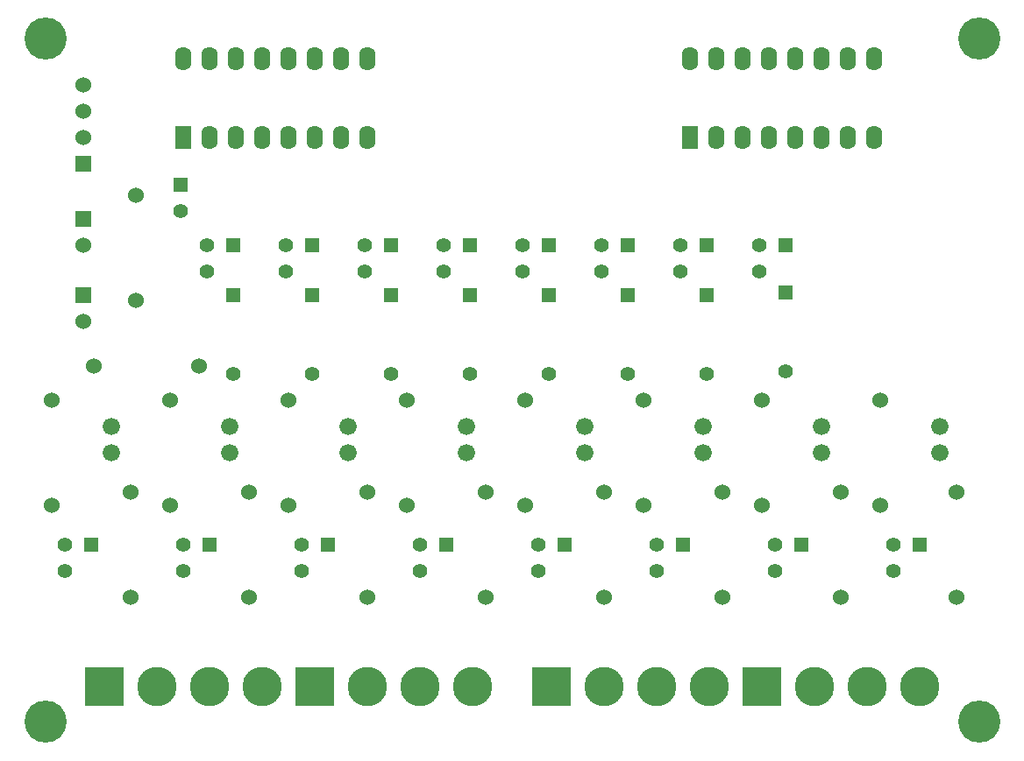
<source format=gts>
G04 (created by PCBNEW (2013-jul-07)-stable) date Mon 03 Mar 2014 01:31:54 AM PST*
%MOIN*%
G04 Gerber Fmt 3.4, Leading zero omitted, Abs format*
%FSLAX34Y34*%
G01*
G70*
G90*
G04 APERTURE LIST*
%ADD10C,0.00590551*%
%ADD11R,0.055X0.055*%
%ADD12C,0.055*%
%ADD13C,0.06*%
%ADD14R,0.06X0.06*%
%ADD15C,0.066*%
%ADD16R,0.062X0.09*%
%ADD17O,0.062X0.09*%
%ADD18C,0.15*%
%ADD19R,0.15X0.15*%
%ADD20C,0.16*%
G04 APERTURE END LIST*
G54D10*
G54D11*
X87900Y-63100D03*
G54D12*
X86900Y-63100D03*
X86900Y-64100D03*
G54D11*
X96900Y-63100D03*
G54D12*
X95900Y-63100D03*
X95900Y-64100D03*
G54D11*
X93900Y-63100D03*
G54D12*
X92900Y-63100D03*
X92900Y-64100D03*
G54D11*
X90900Y-63100D03*
G54D12*
X89900Y-63100D03*
X89900Y-64100D03*
G54D11*
X84900Y-63100D03*
G54D12*
X83900Y-63100D03*
X83900Y-64100D03*
G54D11*
X81900Y-63100D03*
G54D12*
X80900Y-63100D03*
X80900Y-64100D03*
G54D11*
X75900Y-63100D03*
G54D12*
X74900Y-63100D03*
X74900Y-64100D03*
G54D11*
X78900Y-63100D03*
G54D12*
X77900Y-63100D03*
X77900Y-64100D03*
G54D11*
X79500Y-74500D03*
G54D12*
X78500Y-74500D03*
X78500Y-75500D03*
G54D11*
X88500Y-74500D03*
G54D12*
X87500Y-74500D03*
X87500Y-75500D03*
G54D11*
X102000Y-74500D03*
G54D12*
X101000Y-74500D03*
X101000Y-75500D03*
G54D11*
X97500Y-74500D03*
G54D12*
X96500Y-74500D03*
X96500Y-75500D03*
G54D11*
X93000Y-74500D03*
G54D12*
X92000Y-74500D03*
X92000Y-75500D03*
G54D11*
X84000Y-74500D03*
G54D12*
X83000Y-74500D03*
X83000Y-75500D03*
G54D11*
X75000Y-74500D03*
G54D12*
X74000Y-74500D03*
X74000Y-75500D03*
G54D11*
X70500Y-74500D03*
G54D12*
X69500Y-74500D03*
X69500Y-75500D03*
G54D13*
X94500Y-76500D03*
X94500Y-72500D03*
X74600Y-67700D03*
X70600Y-67700D03*
X87000Y-69000D03*
X87000Y-73000D03*
X90000Y-76500D03*
X90000Y-72500D03*
X100500Y-69000D03*
X100500Y-73000D03*
X103400Y-76500D03*
X103400Y-72500D03*
X96000Y-69000D03*
X96000Y-73000D03*
X99000Y-76500D03*
X99000Y-72500D03*
X91500Y-69000D03*
X91500Y-73000D03*
X69000Y-69000D03*
X69000Y-73000D03*
X82500Y-69000D03*
X82500Y-73000D03*
X85500Y-76500D03*
X85500Y-72500D03*
X72200Y-65200D03*
X72200Y-61200D03*
X72000Y-76500D03*
X72000Y-72500D03*
X76500Y-76500D03*
X76500Y-72500D03*
X73500Y-69000D03*
X73500Y-73000D03*
X81000Y-76500D03*
X81000Y-72500D03*
X78000Y-69000D03*
X78000Y-73000D03*
G54D14*
X70200Y-60000D03*
G54D13*
X70200Y-59000D03*
X70200Y-58000D03*
X70200Y-57000D03*
G54D14*
X70200Y-65000D03*
G54D13*
X70200Y-66000D03*
G54D14*
X70200Y-62100D03*
G54D13*
X70200Y-63100D03*
G54D15*
X93750Y-71000D03*
X93750Y-70000D03*
X75750Y-71000D03*
X75750Y-70000D03*
X89250Y-71000D03*
X89250Y-70000D03*
X71250Y-71000D03*
X71250Y-70000D03*
X102750Y-71000D03*
X102750Y-70000D03*
X84750Y-71000D03*
X84750Y-70000D03*
X80250Y-71000D03*
X80250Y-70000D03*
X98250Y-71000D03*
X98250Y-70000D03*
G54D16*
X74000Y-59000D03*
G54D17*
X75000Y-59000D03*
X76000Y-59000D03*
X77000Y-59000D03*
X78000Y-59000D03*
X79000Y-59000D03*
X80000Y-59000D03*
X81000Y-59000D03*
X81000Y-56000D03*
X80000Y-56000D03*
X79000Y-56000D03*
X78000Y-56000D03*
X77000Y-56000D03*
X76000Y-56000D03*
X75000Y-56000D03*
X74000Y-56000D03*
G54D16*
X93250Y-59000D03*
G54D17*
X94250Y-59000D03*
X95250Y-59000D03*
X96250Y-59000D03*
X97250Y-59000D03*
X98250Y-59000D03*
X99250Y-59000D03*
X100250Y-59000D03*
X100250Y-56000D03*
X99250Y-56000D03*
X98250Y-56000D03*
X97250Y-56000D03*
X96250Y-56000D03*
X95250Y-56000D03*
X94250Y-56000D03*
X93250Y-56000D03*
G54D11*
X73900Y-60800D03*
G54D12*
X73900Y-61800D03*
G54D18*
X73000Y-79900D03*
X75000Y-79900D03*
G54D19*
X71000Y-79900D03*
G54D18*
X77000Y-79900D03*
X81000Y-79900D03*
X83000Y-79900D03*
G54D19*
X79000Y-79900D03*
G54D18*
X85000Y-79900D03*
X90000Y-79900D03*
X92000Y-79900D03*
G54D19*
X88000Y-79900D03*
G54D18*
X94000Y-79900D03*
X98000Y-79900D03*
X100000Y-79900D03*
G54D19*
X96000Y-79900D03*
G54D18*
X102000Y-79900D03*
G54D11*
X75900Y-65000D03*
G54D12*
X75900Y-68000D03*
G54D11*
X78900Y-65000D03*
G54D12*
X78900Y-68000D03*
G54D11*
X81900Y-65000D03*
G54D12*
X81900Y-68000D03*
G54D11*
X84900Y-65000D03*
G54D12*
X84900Y-68000D03*
G54D11*
X90900Y-65000D03*
G54D12*
X90900Y-68000D03*
G54D11*
X93900Y-65000D03*
G54D12*
X93900Y-68000D03*
G54D11*
X96900Y-64900D03*
G54D12*
X96900Y-67900D03*
G54D11*
X87900Y-65000D03*
G54D12*
X87900Y-68000D03*
G54D20*
X68750Y-55250D03*
X104250Y-55250D03*
X104250Y-81250D03*
X68750Y-81250D03*
M02*

</source>
